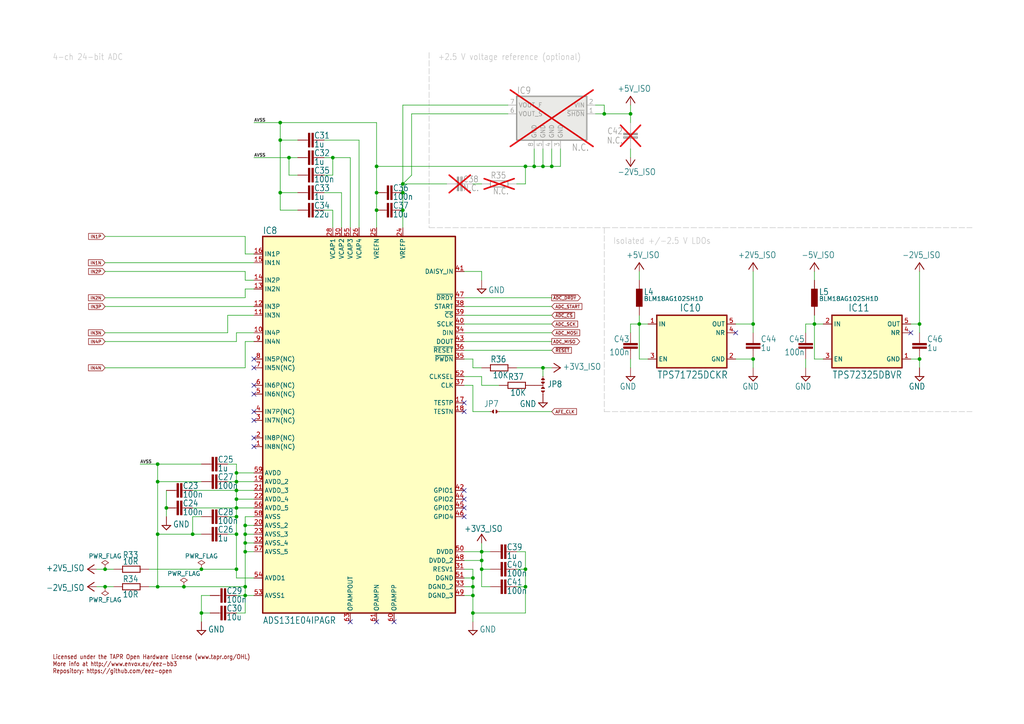
<source format=kicad_sch>
(kicad_sch (version 20230121) (generator eeschema)
  (paper "A4")
  (title_block (title "EEZ DIB AFE3") (date "2024-01-04") (rev "r1B4") (company "Envox d.o.o.") (comment 1 "https://www.envox.eu"))
  (lib_symbols
    (symbol "PCM_EEZ_ICs:LTC6655BHMS8"
      (property "Reference" "IC" (at -10.16 10.795 0))
      (property "Value" "LTC6655BHMS8" (at -10.16 8.255 0))
      (symbol "LTC6655BHMS8_1_0"
        (pin input line (at -12.7 2.54 0) (length 2.54) (name "~{SHDN}") (number "1"))
        (pin input line (at -12.7 5.08 0) (length 2.54) (name "VIN") (number "2"))
        (pin power_in line (at -2.54 -7.62 90) (length 2.54) (name "GND") (number "3"))
        (pin power_in line (at 0 -7.62 90) (length 2.54) (name "GND") (number "4"))
        (pin power_in line (at 2.54 -7.62 90) (length 2.54) (name "GND") (number "5"))
        (pin output line (at 12.7 2.54 180) (length 2.54) (name "VOUT_S") (number "6"))
        (pin output line (at 12.7 5.08 180) (length 2.54) (name "VOUT_F") (number "7"))
        (pin power_in line (at 5.08 -7.62 90) (length 2.54) (name "GND") (number "8"))
      )
    )
    (symbol "PCM_EEZ_TI:ADS131E0XIPAG"
      (property "Reference" "IC" (at 0 0.635 0))
      (property "Value" "ADS131E04IPAGR" (at 0 -112.395 0))
      (symbol "ADS131E0XIPAG_1_0"
        (pin input line (at -2.54 -60.96 0) (length 2.54) (name "IN8N(NC)") (number "1"))
        (pin input line (at -2.54 -27.94 0) (length 2.54) (name "IN4P") (number "10"))
        (pin input line (at -2.54 -22.86 0) (length 2.54) (name "IN3N") (number "11"))
        (pin input line (at -2.54 -20.32 0) (length 2.54) (name "IN3P") (number "12"))
        (pin input line (at -2.54 -15.24 0) (length 2.54) (name "IN2N") (number "13"))
        (pin input line (at -2.54 -12.7 0) (length 2.54) (name "IN2P") (number "14"))
        (pin input line (at -2.54 -7.62 0) (length 2.54) (name "IN1N") (number "15"))
        (pin input line (at -2.54 -5.08 0) (length 2.54) (name "IN1P") (number "16"))
        (pin bidirectional line (at 58.42 -48.26 180) (length 2.54) (name "TESTP") (number "17"))
        (pin bidirectional line (at 58.42 -50.8 180) (length 2.54) (name "TESTN") (number "18"))
        (pin power_in line (at -2.54 -71.12 0) (length 2.54) (name "AVDD_2") (number "19"))
        (pin input line (at -2.54 -58.42 0) (length 2.54) (name "IN8P(NC)") (number "2"))
        (pin power_in line (at -2.54 -83.82 0) (length 2.54) (name "AVSS_2") (number "20"))
        (pin power_in line (at -2.54 -73.66 0) (length 2.54) (name "AVDD_3") (number "21"))
        (pin power_in line (at -2.54 -76.2 0) (length 2.54) (name "AVDD_4") (number "22"))
        (pin power_in line (at -2.54 -86.36 0) (length 2.54) (name "AVSS_3") (number "23"))
        (pin bidirectional line (at 40.64 2.54 270) (length 2.54) (name "VREFP") (number "24"))
        (pin input line (at 33.02 2.54 270) (length 2.54) (name "VREFN") (number "25"))
        (pin output line (at 27.94 2.54 270) (length 2.54) (name "VCAP4") (number "26"))
        (pin no_connect line (at 58.42 -55.88 180) (length 2.54) hide (name "NC") (number "27"))
        (pin passive line (at 20.32 2.54 270) (length 2.54) (name "VCAP1") (number "28"))
        (pin no_connect line (at 58.42 -58.42 180) (length 2.54) hide (name "NC") (number "29"))
        (pin input line (at -2.54 -53.34 0) (length 2.54) (name "IN7N(NC)") (number "3"))
        (pin passive line (at 22.86 2.54 270) (length 2.54) (name "VCAP2") (number "30"))
        (pin input line (at 58.42 -96.52 180) (length 2.54) (name "RESV1") (number "31"))
        (pin power_in line (at -2.54 -88.9 0) (length 2.54) (name "AVSS_4") (number "32"))
        (pin power_in line (at 58.42 -101.6 180) (length 2.54) (name "DGND_2") (number "33"))
        (pin input line (at 58.42 -27.94 180) (length 2.54) (name "DIN") (number "34"))
        (pin input line (at 58.42 -35.56 180) (length 2.54) (name "~{PWDN}") (number "35"))
        (pin input line (at 58.42 -33.02 180) (length 2.54) (name "~{RESET}") (number "36"))
        (pin input line (at 58.42 -43.18 180) (length 2.54) (name "CLK") (number "37"))
        (pin input line (at 58.42 -20.32 180) (length 2.54) (name "START") (number "38"))
        (pin input line (at 58.42 -22.86 180) (length 2.54) (name "~{CS}") (number "39"))
        (pin input line (at -2.54 -50.8 0) (length 2.54) (name "IN7P(NC)") (number "4"))
        (pin input line (at 58.42 -25.4 180) (length 2.54) (name "SCLK") (number "40"))
        (pin input line (at 58.42 -10.16 180) (length 2.54) (name "DAISY_IN") (number "41"))
        (pin bidirectional line (at 58.42 -73.66 180) (length 2.54) (name "GPIO1") (number "42"))
        (pin output line (at 58.42 -30.48 180) (length 2.54) (name "DOUT") (number "43"))
        (pin bidirectional line (at 58.42 -76.2 180) (length 2.54) (name "GPIO2") (number "44"))
        (pin bidirectional line (at 58.42 -78.74 180) (length 2.54) (name "GPIO3") (number "45"))
        (pin bidirectional line (at 58.42 -81.28 180) (length 2.54) (name "GPIO4") (number "46"))
        (pin output line (at 58.42 -17.78 180) (length 2.54) (name "~{DRDY}") (number "47"))
        (pin power_in line (at 58.42 -93.98 180) (length 2.54) (name "DVDD_2") (number "48"))
        (pin power_in line (at 58.42 -104.14 180) (length 2.54) (name "DGND_3") (number "49"))
        (pin input line (at -2.54 -45.72 0) (length 2.54) (name "IN6N(NC)") (number "5"))
        (pin power_in line (at 58.42 -91.44 180) (length 2.54) (name "DVDD") (number "50"))
        (pin power_in line (at 58.42 -99.06 180) (length 2.54) (name "DGND") (number "51"))
        (pin input line (at 58.42 -40.64 180) (length 2.54) (name "CLKSEL") (number "52"))
        (pin power_in line (at -2.54 -104.14 0) (length 2.54) (name "AVSS1") (number "53"))
        (pin power_in line (at -2.54 -99.06 0) (length 2.54) (name "AVDD1") (number "54"))
        (pin passive line (at 25.4 2.54 270) (length 2.54) (name "VCAP3") (number "55"))
        (pin power_in line (at -2.54 -78.74 0) (length 2.54) (name "AVDD_5") (number "56"))
        (pin power_in line (at -2.54 -91.44 0) (length 2.54) (name "AVSS_5") (number "57"))
        (pin power_in line (at -2.54 -81.28 0) (length 2.54) (name "AVSS") (number "58"))
        (pin power_in line (at -2.54 -68.58 0) (length 2.54) (name "AVDD") (number "59"))
        (pin input line (at -2.54 -43.18 0) (length 2.54) (name "IN6P(NC)") (number "6"))
        (pin input line (at 38.1 -111.76 90) (length 2.54) (name "OPAMPP") (number "60"))
        (pin input line (at 33.02 -111.76 90) (length 2.54) (name "OPAMPN") (number "61"))
        (pin no_connect line (at 58.42 -60.96 180) (length 2.54) hide (name "NC") (number "62"))
        (pin output line (at 25.4 -111.76 90) (length 2.54) (name "OPAMPOUT") (number "63"))
        (pin no_connect line (at 58.42 -63.5 180) (length 2.54) hide (name "NC") (number "64"))
        (pin input line (at -2.54 -38.1 0) (length 2.54) (name "IN5N(NC)") (number "7"))
        (pin input line (at -2.54 -35.56 0) (length 2.54) (name "IN5P(NC)") (number "8"))
        (pin input line (at -2.54 -30.48 0) (length 2.54) (name "IN4N") (number "9"))
      )
    )
    (symbol "PCM_EEZ_TI:TPS71725DCKR"
      (property "Reference" "IC" (at -5.461 8.636 0))
      (property "Value" "TPS71725DCKR" (at -7.5438 -10.8204 0))
      (symbol "TPS71725DCKR_1_0"
        (pin input line (at -12.7 5.08 0) (length 2.54) (name "IN") (number "1"))
        (pin passive line (at 12.7 -5.08 180) (length 2.54) (name "GND") (number "2"))
        (pin input line (at -12.7 -5.08 0) (length 2.54) (name "EN") (number "3"))
        (pin passive line (at 12.7 2.54 180) (length 2.54) (name "NR") (number "4"))
        (pin passive line (at 12.7 5.08 180) (length 2.54) (name "OUT") (number "5"))
      )
    )
    (symbol "PCM_EEZ_TI:TPS72325DBVR"
      (property "Reference" "IC" (at -5.461 8.636 0))
      (property "Value" "TPS72325DBVR" (at -7.5438 -10.8204 0))
      (symbol "TPS72325DBVR_1_0"
        (pin passive line (at 12.7 -5.08 180) (length 2.54) (name "GND") (number "1"))
        (pin input line (at -12.7 5.08 0) (length 2.54) (name "IN") (number "2"))
        (pin input line (at -12.7 -5.08 0) (length 2.54) (name "EN") (number "3"))
        (pin passive line (at 12.7 2.54 180) (length 2.54) (name "NR") (number "4"))
        (pin passive line (at 12.7 5.08 180) (length 2.54) (name "OUT") (number "5"))
      )
    )
    (symbol "PCM_EEZ_passives:C-EU"
      (property "Reference" "C" (at 1.27 0.635 0))
      (symbol "C-EU_1_0"
        (pin passive line (at 0 2.54 270) (length 2.54) (name "1") (number "1"))
        (pin passive line (at 0 -5.08 90) (length 2.54) (name "2") (number "2"))
      )
    )
    (symbol "PCM_EEZ_passives:L_EU"
      (property "Reference" "L" (at -3.175 1.27 0))
      (symbol "L_EU_1_0"
        (pin passive line (at -5.08 0 0) (length 2.54) (name "1") (number "1"))
        (pin passive line (at 5.08 0 180) (length 2.54) (name "2") (number "2"))
      )
    )
    (symbol "PCM_EEZ_passives:R-EU"
      (property "Reference" "R" (at -1.905 1.905 0))
      (symbol "R-EU_1_0"
        (pin passive line (at -5.08 0 0) (length 2.54) (name "1") (number "1"))
        (pin passive line (at 5.08 0 180) (length 2.54) (name "2") (number "2"))
      )
    )
    (symbol "PCM_EEZ_symbols:+2V5_ISO" (power)
      (property "Value" "+2V5_ISO" (at -2.54 0 90))
      (symbol "+2V5_ISO_1_0"
        (pin power_in line (at 0 0 90) (length 2.54) (name "+2V5_ISO") (number "1"))
      )
    )
    (symbol "PCM_EEZ_symbols:+3V3_ISO" (power)
      (property "Value" "+3V3_ISO" (at -2.54 0 90))
      (symbol "+3V3_ISO_1_0"
        (pin power_in line (at 0 0 90) (length 2.54) (name "+3V3_ISO") (number "1"))
      )
    )
    (symbol "PCM_EEZ_symbols:+5V_ISO" (power)
      (property "Value" "+5V_ISO" (at -2.54 0 90))
      (symbol "+5V_ISO_1_0"
        (pin power_in line (at 0 0 90) (length 2.54) (name "+5V_ISO") (number "1"))
      )
    )
    (symbol "PCM_EEZ_symbols:-2V5_ISO" (power)
      (property "Value" "-2V5_ISO" (at -2.54 0 90))
      (symbol "-2V5_ISO_1_0"
        (pin power_in line (at 0 0 90) (length 2.54) (name "-2V5_ISO") (number "1"))
      )
    )
    (symbol "PCM_EEZ_symbols:-5V_ISO" (power)
      (property "Value" "-5V_ISO" (at -2.54 0 90))
      (symbol "-5V_ISO_1_0"
        (pin power_in line (at 0 0 90) (length 2.54) (name "-5V_ISO") (number "1"))
      )
    )
    (symbol "PCM_EEZ_symbols:GND" (power)
      (property "Value" "GND" (at -1.905 -3.175 0))
      (symbol "GND_1_0"
        (pin power_in line (at 0 2.54 270) (length 2.54) (name "GND") (number "1"))
      )
    )
    (symbol "PCM_EEZ_unsorted:JP2 open" (in_bom no)
      (property "Reference" "JP" (at -3.175 1.27 0))
      (symbol "JP2 open_1_0"
        (pin passive line (at 0 0 270) (length 0) (name "1") (number "1"))
        (pin passive line (at 2.54 0 270) (length 0) (name "2") (number "2"))
      )
    )
    (symbol "PCM_EEZ_unsorted:JP3 shorted" (in_bom no)
      (property "Reference" "JP" (at -3.81 3.175 0))
      (symbol "JP3 shorted_1_0"
        (pin passive line (at 2.54 0 180) (length 2.54) (name "COM") (number "COM"))
        (pin passive line (at 0 -2.54 180) (length 0) (name "NC") (number "NC"))
        (pin passive line (at 0 2.54 180) (length 0) (name "NO") (number "NO"))
      )
    )
    (symbol "power:PWR_FLAG" (power) (pin_numbers hide) (pin_names (offset 0) hide)
      (property "Value" "PWR_FLAG" (at 0 3.81 0))
      (symbol "PWR_FLAG_0_0"
        (pin power_out line (at 0 0 90) (length 0) (name "pwr") (number "1"))
      )
    )
  )
  (junction (at 68.58 154.94))
  (junction (at 68.58 149.86))
  (junction (at 116.84 60.96))
  (junction (at 53.34 170.18))
  (junction (at 45.72 134.62))
  (junction (at 137.16 177.8))
  (junction (at 68.58 147.32))
  (junction (at 109.22 48.26))
  (junction (at 71.12 160.02))
  (junction (at 83.82 45.72))
  (junction (at 139.7 162.56))
  (junction (at 30.48 170.18))
  (junction (at 137.16 167.64))
  (junction (at 152.4 165.1))
  (junction (at 154.94 48.26))
  (junction (at 139.7 165.1))
  (junction (at 266.7 104.14))
  (junction (at 157.48 106.68))
  (junction (at 71.12 157.48))
  (junction (at 68.58 165.1))
  (junction (at 218.44 104.14))
  (junction (at 109.22 55.88))
  (junction (at 185.42 93.98))
  (junction (at 45.72 154.94))
  (junction (at 58.42 165.1))
  (junction (at 116.84 55.88))
  (junction (at 116.84 53.34))
  (junction (at 71.12 152.4))
  (junction (at 45.72 170.18))
  (junction (at 139.7 160.02))
  (junction (at 236.22 93.98))
  (junction (at 68.58 144.78))
  (junction (at 137.16 170.18))
  (junction (at 68.58 142.24))
  (junction (at 175.26 33.02))
  (junction (at 81.28 40.64))
  (junction (at 137.16 172.72))
  (junction (at 109.22 60.96))
  (junction (at 71.12 154.94))
  (junction (at 157.48 48.26))
  (junction (at 152.4 170.18))
  (junction (at 48.26 147.32))
  (junction (at 160.02 48.26))
  (junction (at 266.7 93.98))
  (junction (at 45.72 139.7))
  (junction (at 81.28 55.88))
  (junction (at 68.58 137.16))
  (junction (at 81.28 35.56))
  (junction (at 96.52 45.72))
  (junction (at 182.88 33.02))
  (junction (at 218.44 93.98))
  (junction (at 152.4 48.26))
  (junction (at 71.12 170.18))
  (junction (at 55.88 154.94))
  (junction (at 30.48 165.1))
  (junction (at 71.12 172.72))
  (junction (at 68.58 139.7))
  (junction (at 58.42 177.8))
  (no_connect (at 73.66 129.54))
  (no_connect (at 73.66 119.38))
  (no_connect (at 73.66 106.68))
  (no_connect (at 213.36 96.52))
  (no_connect (at 73.66 114.3))
  (no_connect (at 134.62 144.78))
  (no_connect (at 73.66 127))
  (no_connect (at 264.16 96.52))
  (no_connect (at 109.22 180.34))
  (no_connect (at 134.62 147.32))
  (no_connect (at 73.66 121.92))
  (no_connect (at 101.6 180.34))
  (no_connect (at 134.62 116.84))
  (no_connect (at 134.62 119.38))
  (no_connect (at 73.66 104.14))
  (no_connect (at 114.3 180.34))
  (no_connect (at 134.62 142.24))
  (no_connect (at 73.66 111.76))
  (no_connect (at 134.62 149.86))
  (wire (pts (xy 116.84 30.48) (xy 116.84 53.34)) (stroke (width 0.1524)))
  (wire (pts (xy 266.7 93.98) (xy 266.7 78.74)) (stroke (width 0.1524)))
  (polyline (pts (xy 175.26 66.04) (xy 281.94 66.04)) (stroke (width 0.1524) (type dash) (color 194 194 194 1)))
  (wire (pts (xy 264.16 93.98) (xy 266.7 93.98)) (stroke (width 0.1524)))
  (wire (pts (xy 139.7 109.22) (xy 139.7 111.76)) (stroke (width 0.1524)))
  (wire (pts (xy 73.66 88.9) (xy 30.48 88.9)) (stroke (width 0.1524)))
  (wire (pts (xy 185.42 93.98) (xy 182.88 93.98)) (stroke (width 0.1524)))
  (wire (pts (xy 45.72 154.94) (xy 45.72 170.18)) (stroke (width 0.1524)))
  (wire (pts (xy 139.7 111.76) (xy 144.78 111.76)) (stroke (width 0.1524)))
  (wire (pts (xy 73.66 137.16) (xy 68.58 137.16)) (stroke (width 0.1524)))
  (wire (pts (xy 134.62 101.6) (xy 160.02 101.6)) (stroke (width 0.1524)))
  (wire (pts (xy 73.66 76.2) (xy 30.48 76.2)) (stroke (width 0.1524)))
  (wire (pts (xy 182.88 106.68) (xy 182.88 104.14)) (stroke (width 0.1524)))
  (wire (pts (xy 175.26 33.02) (xy 175.26 30.48)) (stroke (width 0.1524)))
  (wire (pts (xy 139.7 160.02) (xy 139.7 157.48)) (stroke (width 0.1524)))
  (wire (pts (xy 73.66 96.52) (xy 68.58 96.52)) (stroke (width 0.1524)))
  (wire (pts (xy 149.86 165.1) (xy 152.4 165.1)) (stroke (width 0.1524)))
  (wire (pts (xy 139.7 165.1) (xy 139.7 162.56)) (stroke (width 0.1524)))
  (wire (pts (xy 68.58 154.94) (xy 68.58 165.1)) (stroke (width 0.1524)))
  (wire (pts (xy 73.66 167.64) (xy 68.58 167.64)) (stroke (width 0.1524)))
  (wire (pts (xy 147.32 30.48) (xy 116.84 30.48)) (stroke (width 0.1524)))
  (wire (pts (xy 68.58 147.32) (xy 55.88 147.32)) (stroke (width 0.1524)))
  (wire (pts (xy 68.58 142.24) (xy 55.88 142.24)) (stroke (width 0.1524)))
  (wire (pts (xy 68.58 99.06) (xy 30.48 99.06)) (stroke (width 0.1524)))
  (wire (pts (xy 116.84 53.34) (xy 116.84 55.88)) (stroke (width 0.1524)))
  (wire (pts (xy 73.66 157.48) (xy 71.12 157.48)) (stroke (width 0.1524)))
  (wire (pts (xy 71.12 172.72) (xy 68.58 172.72)) (stroke (width 0.1524)))
  (wire (pts (xy 182.88 45.72) (xy 182.88 43.18)) (stroke (width 0.1524)))
  (wire (pts (xy 236.22 81.28) (xy 236.22 78.74)) (stroke (width 0.1524)))
  (wire (pts (xy 134.62 165.1) (xy 137.16 165.1)) (stroke (width 0.1524)))
  (wire (pts (xy 71.12 68.58) (xy 30.48 68.58)) (stroke (width 0.1524)))
  (wire (pts (xy 134.62 91.44) (xy 160.02 91.44)) (stroke (width 0.1524)))
  (wire (pts (xy 238.76 93.98) (xy 236.22 93.98)) (stroke (width 0.1524)))
  (wire (pts (xy 73.66 154.94) (xy 71.12 154.94)) (stroke (width 0.1524)))
  (wire (pts (xy 137.16 177.8) (xy 137.16 172.72)) (stroke (width 0.1524)))
  (wire (pts (xy 71.12 172.72) (xy 71.12 170.18)) (stroke (width 0.1524)))
  (wire (pts (xy 83.82 45.72) (xy 73.66 45.72)) (stroke (width 0.1524)))
  (wire (pts (xy 86.36 60.96) (xy 81.28 60.96)) (stroke (width 0.1524)))
  (wire (pts (xy 58.42 134.62) (xy 45.72 134.62)) (stroke (width 0.1524)))
  (wire (pts (xy 134.62 172.72) (xy 137.16 172.72)) (stroke (width 0.1524)))
  (wire (pts (xy 60.96 177.8) (xy 58.42 177.8)) (stroke (width 0.1524)))
  (wire (pts (xy 134.62 96.52) (xy 160.02 96.52)) (stroke (width 0.1524)))
  (wire (pts (xy 116.84 53.34) (xy 119.38 50.8)) (stroke (width 0.1524)))
  (wire (pts (xy 73.66 83.82) (xy 71.12 83.82)) (stroke (width 0.1524)))
  (wire (pts (xy 134.62 111.76) (xy 137.16 111.76)) (stroke (width 0.1524)))
  (wire (pts (xy 149.86 106.68) (xy 157.48 106.68)) (stroke (width 0.1524)))
  (wire (pts (xy 218.44 93.98) (xy 218.44 78.74)) (stroke (width 0.1524)))
  (wire (pts (xy 68.58 165.1) (xy 68.58 167.64)) (stroke (width 0.1524)))
  (wire (pts (xy 109.22 35.56) (xy 81.28 35.56)) (stroke (width 0.1524)))
  (wire (pts (xy 238.76 104.14) (xy 236.22 104.14)) (stroke (width 0.1524)))
  (wire (pts (xy 160.02 48.26) (xy 162.56 48.26)) (stroke (width 0.1524)))
  (wire (pts (xy 152.4 160.02) (xy 152.4 165.1)) (stroke (width 0.1524)))
  (wire (pts (xy 58.42 154.94) (xy 55.88 154.94)) (stroke (width 0.1524)))
  (wire (pts (xy 266.7 104.14) (xy 266.7 106.68)) (stroke (width 0.1524)))
  (wire (pts (xy 109.22 48.26) (xy 109.22 35.56)) (stroke (width 0.1524)))
  (wire (pts (xy 149.86 160.02) (xy 152.4 160.02)) (stroke (width 0.1524)))
  (wire (pts (xy 134.62 99.06) (xy 160.02 99.06)) (stroke (width 0.1524)))
  (wire (pts (xy 134.62 86.36) (xy 160.02 86.36)) (stroke (width 0.1524)))
  (wire (pts (xy 73.66 147.32) (xy 68.58 147.32)) (stroke (width 0.1524)))
  (wire (pts (xy 109.22 60.96) (xy 109.22 55.88)) (stroke (width 0.1524)))
  (wire (pts (xy 66.04 96.52) (xy 30.48 96.52)) (stroke (width 0.1524)))
  (wire (pts (xy 134.62 78.74) (xy 139.7 78.74)) (stroke (width 0.1524)))
  (wire (pts (xy 81.28 35.56) (xy 73.66 35.56)) (stroke (width 0.1524)))
  (wire (pts (xy 152.4 53.34) (xy 152.4 48.26)) (stroke (width 0.1524)))
  (wire (pts (xy 30.48 78.74) (xy 71.12 78.74)) (stroke (width 0.1524)))
  (wire (pts (xy 218.44 96.52) (xy 218.44 93.98)) (stroke (width 0.1524)))
  (wire (pts (xy 73.66 152.4) (xy 71.12 152.4)) (stroke (width 0.1524)))
  (wire (pts (xy 68.58 147.32) (xy 68.58 149.86)) (stroke (width 0.1524)))
  (wire (pts (xy 213.36 93.98) (xy 218.44 93.98)) (stroke (width 0.1524)))
  (wire (pts (xy 160.02 43.18) (xy 160.02 48.26)))
  (wire (pts (xy 71.12 154.94) (xy 71.12 157.48)) (stroke (width 0.1524)))
  (wire (pts (xy 137.16 180.34) (xy 137.16 177.8)) (stroke (width 0.1524)))
  (wire (pts (xy 137.16 167.64) (xy 137.16 170.18)) (stroke (width 0.1524)))
  (wire (pts (xy 48.26 142.24) (xy 48.26 147.32)) (stroke (width 0.1524)))
  (wire (pts (xy 157.48 48.26) (xy 160.02 48.26)) (stroke (width 0.1524)))
  (wire (pts (xy 134.62 162.56) (xy 139.7 162.56)) (stroke (width 0.1524)))
  (wire (pts (xy 187.96 104.14) (xy 185.42 104.14)) (stroke (width 0.1524)))
  (polyline (pts (xy 175.26 119.38) (xy 281.94 119.38)) (stroke (width 0.1524) (type dash) (color 194 194 194 1)))
  (wire (pts (xy 66.04 149.86) (xy 68.58 149.86)) (stroke (width 0.1524)))
  (wire (pts (xy 236.22 93.98) (xy 236.22 91.44)) (stroke (width 0.1524)))
  (wire (pts (xy 236.22 104.14) (xy 236.22 93.98)) (stroke (width 0.1524)))
  (wire (pts (xy 30.48 170.18) (xy 27.94 170.18)) (stroke (width 0.1524)))
  (wire (pts (xy 187.96 93.98) (xy 185.42 93.98)) (stroke (width 0.1524)))
  (wire (pts (xy 71.12 78.74) (xy 71.12 81.28)) (stroke (width 0.1524)))
  (wire (pts (xy 73.66 172.72) (xy 71.12 172.72)) (stroke (width 0.1524)))
  (wire (pts (xy 86.36 55.88) (xy 81.28 55.88)) (stroke (width 0.1524)))
  (wire (pts (xy 68.58 177.8) (xy 71.12 177.8)) (stroke (width 0.1524)))
  (wire (pts (xy 48.26 147.32) (xy 48.26 149.86)) (stroke (width 0.1524)))
  (wire (pts (xy 58.42 165.1) (xy 68.58 165.1)) (stroke (width 0.1524)))
  (wire (pts (xy 139.7 165.1) (xy 142.24 165.1)) (stroke (width 0.1524)))
  (wire (pts (xy 116.84 60.96) (xy 116.84 55.88)) (stroke (width 0.1524)))
  (wire (pts (xy 81.28 40.64) (xy 86.36 40.64)) (stroke (width 0.1524)))
  (wire (pts (xy 139.7 170.18) (xy 139.7 165.1)) (stroke (width 0.1524)))
  (wire (pts (xy 45.72 134.62) (xy 40.64 134.62)) (stroke (width 0.1524)))
  (wire (pts (xy 157.48 106.68) (xy 160.02 106.68)) (stroke (width 0.1524)))
  (wire (pts (xy 142.24 119.38) (xy 137.16 119.38)) (stroke (width 0.1524)))
  (wire (pts (xy 43.18 165.1) (xy 58.42 165.1)) (stroke (width 0.1524)))
  (wire (pts (xy 68.58 96.52) (xy 68.58 99.06)) (stroke (width 0.1524)))
  (wire (pts (xy 83.82 50.8) (xy 83.82 45.72)) (stroke (width 0.1524)))
  (wire (pts (xy 71.12 73.66) (xy 71.12 68.58)) (stroke (width 0.1524)))
  (wire (pts (xy 93.98 50.8) (xy 96.52 50.8)) (stroke (width 0.1524)))
  (wire (pts (xy 233.68 93.98) (xy 233.68 96.52)) (stroke (width 0.1524)))
  (wire (pts (xy 30.48 165.1) (xy 27.94 165.1)) (stroke (width 0.1524)))
  (wire (pts (xy 185.42 81.28) (xy 185.42 78.74)) (stroke (width 0.1524)))
  (wire (pts (xy 66.04 91.44) (xy 66.04 96.52)) (stroke (width 0.1524)))
  (wire (pts (xy 45.72 170.18) (xy 53.34 170.18)) (stroke (width 0.1524)))
  (wire (pts (xy 264.16 104.14) (xy 266.7 104.14)) (stroke (width 0.1524)))
  (wire (pts (xy 68.58 139.7) (xy 68.58 142.24)) (stroke (width 0.1524)))
  (wire (pts (xy 236.22 93.98) (xy 233.68 93.98)) (stroke (width 0.1524)))
  (wire (pts (xy 68.58 142.24) (xy 68.58 144.78)) (stroke (width 0.1524)))
  (wire (pts (xy 172.72 30.48) (xy 175.26 30.48)) (stroke (width 0.1524)))
  (wire (pts (xy 129.54 53.34) (xy 116.84 53.34)) (stroke (width 0.1524)))
  (wire (pts (xy 152.4 177.8) (xy 152.4 170.18)) (stroke (width 0.1524)))
  (wire (pts (xy 58.42 139.7) (xy 45.72 139.7)) (stroke (width 0.1524)))
  (wire (pts (xy 71.12 152.4) (xy 71.12 154.94)) (stroke (width 0.1524)))
  (wire (pts (xy 149.86 170.18) (xy 152.4 170.18)) (stroke (width 0.1524)))
  (wire (pts (xy 134.62 104.14) (xy 137.16 104.14)) (stroke (width 0.1524)))
  (wire (pts (xy 68.58 137.16) (xy 68.58 139.7)) (stroke (width 0.1524)))
  (wire (pts (xy 71.12 106.68) (xy 30.48 106.68)) (stroke (width 0.1524)))
  (wire (pts (xy 71.12 170.18) (xy 71.12 160.02)) (stroke (width 0.1524)))
  (wire (pts (xy 139.7 53.34) (xy 137.16 53.34)) (stroke (width 0.1524)))
  (wire (pts (xy 60.96 172.72) (xy 58.42 172.72)) (stroke (width 0.1524)))
  (wire (pts (xy 73.66 139.7) (xy 68.58 139.7)) (stroke (width 0.1524)))
  (wire (pts (xy 147.32 33.02) (xy 119.38 33.02)) (stroke (width 0.1524)))
  (wire (pts (xy 137.16 170.18) (xy 137.16 172.72)) (stroke (width 0.1524)))
  (wire (pts (xy 71.12 149.86) (xy 71.12 152.4)) (stroke (width 0.1524)))
  (wire (pts (xy 137.16 119.38) (xy 137.16 111.76)) (stroke (width 0.1524)))
  (wire (pts (xy 175.26 33.02) (xy 172.72 33.02)) (stroke (width 0.1524)))
  (polyline (pts (xy 124.46 15.24) (xy 124.46 66.04)) (stroke (width 0.1524) (type dash) (color 194 194 194 1)))
  (wire (pts (xy 66.04 139.7) (xy 68.58 139.7)) (stroke (width 0.1524)))
  (wire (pts (xy 93.98 55.88) (xy 99.06 55.88)) (stroke (width 0.1524)))
  (wire (pts (xy 157.48 43.18) (xy 157.48 48.26)))
  (wire (pts (xy 233.68 106.68) (xy 233.68 104.14)) (stroke (width 0.1524)))
  (wire (pts (xy 33.02 165.1) (xy 30.48 165.1)) (stroke (width 0.1524)))
  (wire (pts (xy 81.28 55.88) (xy 81.28 40.64)) (stroke (width 0.1524)))
  (wire (pts (xy 45.72 134.62) (xy 45.72 139.7)) (stroke (width 0.1524)))
  (wire (pts (xy 182.88 33.02) (xy 175.26 33.02)) (stroke (width 0.1524)))
  (wire (pts (xy 93.98 40.64) (xy 104.14 40.64)) (stroke (width 0.1524)))
  (wire (pts (xy 266.7 96.52) (xy 266.7 93.98)) (stroke (width 0.1524)))
  (wire (pts (xy 73.66 149.86) (xy 71.12 149.86)) (stroke (width 0.1524)))
  (wire (pts (xy 58.42 149.86) (xy 55.88 149.86)) (stroke (width 0.1524)))
  (wire (pts (xy 58.42 177.8) (xy 58.42 180.34)) (stroke (width 0.1524)))
  (wire (pts (xy 96.52 45.72) (xy 101.6 45.72)) (stroke (width 0.1524)))
  (wire (pts (xy 45.72 139.7) (xy 45.72 154.94)) (stroke (width 0.1524)))
  (wire (pts (xy 53.34 170.18) (xy 71.12 170.18)) (stroke (width 0.1524)))
  (wire (pts (xy 139.7 78.74) (xy 139.7 81.28)) (stroke (width 0.1524)))
  (wire (pts (xy 104.14 40.64) (xy 104.14 66.04)) (stroke (width 0.1524)))
  (wire (pts (xy 71.12 157.48) (xy 71.12 160.02)) (stroke (width 0.1524)))
  (wire (pts (xy 185.42 93.98) (xy 185.42 91.44)) (stroke (width 0.1524)))
  (wire (pts (xy 45.72 170.18) (xy 43.18 170.18)) (stroke (width 0.1524)))
  (wire (pts (xy 134.62 160.02) (xy 139.7 160.02)) (stroke (width 0.1524)))
  (wire (pts (xy 71.12 99.06) (xy 71.12 106.68)) (stroke (width 0.1524)))
  (wire (pts (xy 68.58 144.78) (xy 68.58 147.32)) (stroke (width 0.1524)))
  (wire (pts (xy 68.58 154.94) (xy 68.58 149.86)) (stroke (width 0.1524)))
  (wire (pts (xy 162.56 43.18) (xy 162.56 48.26)))
  (wire (pts (xy 101.6 45.72) (xy 101.6 66.04)) (stroke (width 0.1524)))
  (wire (pts (xy 66.04 154.94) (xy 68.58 154.94)) (stroke (width 0.1524)))
  (wire (pts (xy 182.88 30.48) (xy 182.88 33.02)) (stroke (width 0.1524)))
  (wire (pts (xy 137.16 106.68) (xy 139.7 106.68)) (stroke (width 0.1524)))
  (wire (pts (xy 73.66 73.66) (xy 71.12 73.66)) (stroke (width 0.1524)))
  (wire (pts (xy 137.16 104.14) (xy 137.16 106.68)) (stroke (width 0.1524)))
  (wire (pts (xy 142.24 170.18) (xy 139.7 170.18)) (stroke (width 0.1524)))
  (wire (pts (xy 182.88 93.98) (xy 182.88 96.52)) (stroke (width 0.1524)))
  (wire (pts (xy 73.66 142.24) (xy 68.58 142.24)) (stroke (width 0.1524)))
  (wire (pts (xy 157.48 109.22) (xy 157.48 106.68)) (stroke (width 0.1524)))
  (wire (pts (xy 81.28 35.56) (xy 81.28 40.64)) (stroke (width 0.1524)))
  (wire (pts (xy 144.78 119.38) (xy 160.02 119.38)) (stroke (width 0.1524)))
  (wire (pts (xy 71.12 160.02) (xy 73.66 160.02)) (stroke (width 0.1524)))
  (wire (pts (xy 73.66 81.28) (xy 71.12 81.28)) (stroke (width 0.1524)))
  (wire (pts (xy 99.06 55.88) (xy 99.06 66.04)) (stroke (width 0.1524)))
  (wire (pts (xy 119.38 50.8) (xy 119.38 33.02)) (stroke (width 0.1524)))
  (wire (pts (xy 71.12 177.8) (xy 71.12 172.72)) (stroke (width 0.1524)))
  (wire (pts (xy 73.66 99.06) (xy 71.12 99.06)) (stroke (width 0.1524)))
  (wire (pts (xy 71.12 86.36) (xy 71.12 83.82)) (stroke (width 0.1524)))
  (wire (pts (xy 154.94 43.18) (xy 154.94 48.26)))
  (wire (pts (xy 134.62 109.22) (xy 139.7 109.22)) (stroke (width 0.1524)))
  (wire (pts (xy 81.28 60.96) (xy 81.28 55.88)) (stroke (width 0.1524)))
  (wire (pts (xy 213.36 104.14) (xy 218.44 104.14)) (stroke (width 0.1524)))
  (wire (pts (xy 134.62 170.18) (xy 137.16 170.18)) (stroke (width 0.1524)))
  (wire (pts (xy 134.62 93.98) (xy 160.02 93.98)) (stroke (width 0.1524)))
  (wire (pts (xy 134.62 167.64) (xy 137.16 167.64)) (stroke (width 0.1524)))
  (wire (pts (xy 149.86 53.34) (xy 152.4 53.34)) (stroke (width 0.1524)))
  (wire (pts (xy 152.4 48.26) (xy 154.94 48.26)) (stroke (width 0.1524)))
  (wire (pts (xy 139.7 160.02) (xy 142.24 160.02)) (stroke (width 0.1524)))
  (wire (pts (xy 109.22 66.04) (xy 109.22 60.96)) (stroke (width 0.1524)))
  (wire (pts (xy 109.22 55.88) (xy 109.22 48.26)) (stroke (width 0.1524)))
  (wire (pts (xy 55.88 154.94) (xy 45.72 154.94)) (stroke (width 0.1524)))
  (polyline (pts (xy 124.46 66.04) (xy 175.26 66.04)) (stroke (width 0.1524) (type dash) (color 194 194 194 1)))
  (wire (pts (xy 86.36 45.72) (xy 83.82 45.72)) (stroke (width 0.1524)))
  (wire (pts (xy 185.42 104.14) (xy 185.42 93.98)) (stroke (width 0.1524)))
  (wire (pts (xy 152.4 165.1) (xy 152.4 170.18)) (stroke (width 0.1524)))
  (wire (pts (xy 96.52 60.96) (xy 96.52 66.04)) (stroke (width 0.1524)))
  (wire (pts (xy 58.42 172.72) (xy 58.42 177.8)) (stroke (width 0.1524)))
  (wire (pts (xy 182.88 33.02) (xy 182.88 35.56)) (stroke (width 0.1524)))
  (wire (pts (xy 137.16 177.8) (xy 152.4 177.8)) (stroke (width 0.1524)))
  (wire (pts (xy 30.48 86.36) (xy 71.12 86.36)) (stroke (width 0.1524)))
  (wire (pts (xy 73.66 91.44) (xy 66.04 91.44)) (stroke (width 0.1524)))
  (wire (pts (xy 55.88 154.94) (xy 55.88 149.86)) (stroke (width 0.1524)))
  (wire (pts (xy 66.04 134.62) (xy 68.58 134.62)) (stroke (width 0.1524)))
  (polyline (pts (xy 175.26 66.04) (xy 175.26 119.38)) (stroke (width 0.1524) (type dash) (color 194 194 194 1)))
  (wire (pts (xy 33.02 170.18) (xy 30.48 170.18)) (stroke (width 0.1524)))
  (wire (pts (xy 96.52 50.8) (xy 96.52 45.72)) (stroke (width 0.1524)))
  (wire (pts (xy 137.16 165.1) (xy 137.16 167.64)) (stroke (width 0.1524)))
  (wire (pts (xy 134.62 88.9) (xy 160.02 88.9)) (stroke (width 0.1524)))
  (wire (pts (xy 109.22 48.26) (xy 152.4 48.26)) (stroke (width 0.1524)))
  (wire (pts (xy 86.36 50.8) (xy 83.82 50.8)) (stroke (width 0.1524)))
  (wire (pts (xy 116.84 66.04) (xy 116.84 60.96)) (stroke (width 0.1524)))
  (wire (pts (xy 154.94 48.26) (xy 157.48 48.26)) (stroke (width 0.1524)))
  (wire (pts (xy 93.98 60.96) (xy 96.52 60.96)) (stroke (width 0.1524)))
  (wire (pts (xy 68.58 134.62) (xy 68.58 137.16)) (stroke (width 0.1524)))
  (wire (pts (xy 96.52 45.72) (xy 93.98 45.72)) (stroke (width 0.1524)))
  (wire (pts (xy 73.66 144.78) (xy 68.58 144.78)) (stroke (width 0.1524)))
  (wire (pts (xy 218.44 106.68) (xy 218.44 104.14)) (stroke (width 0.1524)))
  (wire (pts (xy 139.7 162.56) (xy 139.7 160.02)) (stroke (width 0.1524)))
  (text "4-ch 24-bit ADC" (at 15.24 17.78 0) (effects (font (size 1.778 1.5113)) (justify left bottom)))
  (text "Isolated +/-2.5 V LDOs" (at 177.8 71.12 0) (effects (font (size 1.778 1.5113)) (justify left bottom)))
  (text "+2.5 V voltage reference (optional)" (at 127 17.78 0) (effects (font (size 1.778 1.5113)) (justify left bottom)))
  (text "Licensed under the TAPR Open Hardware License (www.tapr.org/OHL)\nMore info at http://www.envox.eu/eez-bb3\nRepository: https://github.com/eez-open" (at 15.24 195.58 0) (effects (font (size 1.27 1.0795)) (justify left bottom)))
  (label "AVSS" (at 73.66 45.72 0) (effects (font (size 0.889 0.889))))
  (label "AVSS" (at 40.64 134.62 0) (effects (font (size 0.889 0.889))))
  (label "AVSS" (at 73.66 35.56 0) (effects (font (size 0.889 0.889))))
  (global_label "ADC_SCK" (shape input) (at 160.02 93.98 0) (effects (font (size 0.889 0.889))) (property "Intersheetrefs" "${INTERSHEET_REFS}" (effects hide)))
  (global_label "ADC_MISO" (shape output) (at 160.02 99.06 0) (effects (font (size 0.889 0.889))) (property "Intersheetrefs" "${INTERSHEET_REFS}" (effects hide)))
  (global_label "IN3N" (shape input) (at 30.48 96.52 180) (effects (font (size 0.889 0.889))) (property "Intersheetrefs" "${INTERSHEET_REFS}" (effects hide)))
  (global_label "IN1P" (shape input) (at 30.48 68.58 180) (effects (font (size 0.889 0.889))) (property "Intersheetrefs" "${INTERSHEET_REFS}" (effects hide)))
  (global_label "~{ADC_DRDY}" (shape output) (at 160.02 86.36 0) (effects (font (size 0.889 0.889))) (property "Intersheetrefs" "${INTERSHEET_REFS}" (effects hide)))
  (global_label "IN3P" (shape input) (at 30.48 88.9 180) (effects (font (size 0.889 0.889))) (property "Intersheetrefs" "${INTERSHEET_REFS}" (effects hide)))
  (global_label "~{RESET}" (shape input) (at 160.02 101.6 0) (effects (font (size 0.889 0.889))) (property "Intersheetrefs" "${INTERSHEET_REFS}" (effects hide)))
  (global_label "IN4P" (shape input) (at 30.48 99.06 180) (effects (font (size 0.889 0.889))) (property "Intersheetrefs" "${INTERSHEET_REFS}" (effects hide)))
  (global_label "IN4N" (shape input) (at 30.48 106.68 180) (effects (font (size 0.889 0.889))) (property "Intersheetrefs" "${INTERSHEET_REFS}" (effects hide)))
  (global_label "~{ADC_CS}" (shape input) (at 160.02 91.44 0) (effects (font (size 0.889 0.889))) (property "Intersheetrefs" "${INTERSHEET_REFS}" (effects hide)))
  (global_label "ADC_MOSI" (shape input) (at 160.02 96.52 0) (effects (font (size 0.889 0.889))) (property "Intersheetrefs" "${INTERSHEET_REFS}" (effects hide)))
  (global_label "AFE_CLK" (shape input) (at 160.02 119.38 0) (effects (font (size 0.889 0.889))) (property "Intersheetrefs" "${INTERSHEET_REFS}" (effects hide)))
  (global_label "IN1N" (shape input) (at 30.48 76.2 180) (effects (font (size 0.889 0.889))) (property "Intersheetrefs" "${INTERSHEET_REFS}" (effects hide)))
  (global_label "IN2P" (shape input) (at 30.48 78.74 180) (effects (font (size 0.889 0.889))) (property "Intersheetrefs" "${INTERSHEET_REFS}" (effects hide)))
  (global_label "IN2N" (shape input) (at 30.48 86.36 180) (effects (font (size 0.889 0.889))) (property "Intersheetrefs" "${INTERSHEET_REFS}" (effects hide)))
  (global_label "ADC_START" (shape input) (at 160.02 88.9 0) (effects (font (size 0.889 0.889))) (property "Intersheetrefs" "${INTERSHEET_REFS}" (effects hide)))
  (symbol (lib_id "power:PWR_FLAG") (at 30.48 165.1 0) (unit 1)
    (property "Reference" "#FLG07" (effects hide))
    (property "Value" "PWR_FLAG" (at 30.48 161.29 0))
  )
  (symbol (lib_id "PCM_EEZ_TI:TPS71725DCKR") (at 200.66 99.06 0) (unit 1)
    (property "Reference" "IC10" (at 197.104 90.424 0) (effects (font (size 2.0828 1.7703)) (justify left bottom)))
    (property "Value" "TPS71725DCKR" (at 190.5762 109.8804 0) (effects (font (size 2.0828 1.7703)) (justify left bottom)))
    (property "Footprint" "PCM_EEZ_SMD:DCK5" (effects hide))
    (property "DigiKey" "296-21525-1-ND" (effects hide))
    (property "Mouser" "595-TPS71725DCKR" (effects hide))
    (property "TME" "-" (effects hide))
  )
  (symbol (lib_id "PCM_EEZ_symbols:+2V5_ISO") (at 218.44 78.74 0) (unit 1)
    (property "Reference" "#+2V5_ISO05" (effects hide))
    (property "Value" "+2V5_ISO" (at 213.995 74.93 0) (effects (font (size 1.778 1.5113)) (justify left bottom)))
  )
  (symbol (lib_id "PCM_EEZ_passives:L_EU") (at 236.22 86.36 90) (unit 1)
    (property "Reference" "L5" (at 237.49 85.6234 90) (effects (font (size 1.778 1.5113)) (justify right top)))
    (property "Value" "BLM18AG102SH1D" (at 237.49 87.376 90) (effects (justify right top)))
    (property "Footprint" "PCM_EEZ_passives:BEAD0603" (effects hide))
    (property "DigiKey" "490-7809-1-ND" (effects hide))
    (property "Mouser" "81-BLM18AG102SH1D" (effects hide))
    (property "TME" "BLM18AG102SH1D" (effects hide))
  )
  (symbol (lib_id "PCM_EEZ_symbols:-5V_ISO") (at 236.22 78.74 0) (unit 1)
    (property "Reference" "#-5V_ISO02" (effects hide))
    (property "Value" "-5V_ISO" (at 232.41 74.93 0) (effects (font (size 1.778 1.5113)) (justify left bottom)))
  )
  (symbol (lib_id "PCM_EEZ_TI:TPS72325DBVR") (at 251.46 99.06 0) (unit 1)
    (property "Reference" "IC11" (at 245.999 90.424 0) (effects (font (size 2.0828 1.7703)) (justify left bottom)))
    (property "Value" "TPS72325DBVR" (at 241.3762 109.8804 0) (effects (font (size 2.0828 1.7703)) (justify left bottom)))
    (property "Footprint" "PCM_EEZ_SMD:DBV5" (effects hide))
    (property "DigiKey" "296-39479-1-ND" (effects hide))
    (property "Mouser" "595-TPS72325DBVR" (effects hide))
    (property "TME" "-" (effects hide))
  )
  (symbol (lib_id "PCM_EEZ_passives:R-EU") (at 144.78 106.68 0) (mirror x) (unit 1)
    (property "Reference" "R36" (at 142.24 105.1814 0) (effects (font (size 1.778 1.5113)) (justify left top)))
    (property "Value" "10K" (at 142.875 107.823 0) (effects (font (size 1.778 1.5113)) (justify left bottom)))
    (property "Footprint" "PCM_EEZ_passives:R_0805_2012Metric" (effects hide))
    (property "DigiKey" "311-10.0KCRCT-ND" (effects hide))
    (property "Mouser" "603-RC0805FR-0710KL" (effects hide))
    (property "TME" "RC0805FR-0710K" (effects hide))
  )
  (symbol (lib_id "PCM_EEZ_passives:C-EU") (at 63.5 139.7 270) (unit 1)
    (property "Reference" "C27" (at 63.119 139.319 90) (effects (font (size 1.778 1.5113)) (justify left bottom)))
    (property "Value" "100n" (at 63.119 141.859 90) (effects (font (size 1.778 1.5113)) (justify left bottom)))
    (property "Footprint" "PCM_EEZ_passives:C_0603_1608Metric" (effects hide))
    (property "DigiKey" "490-4774-1-ND" (effects hide))
    (property "Mouser" "80-C0603C104M4R" (effects hide))
    (property "TME" "CL10B104KA8NNNC" (effects hide))
  )
  (symbol (lib_id "PCM_EEZ_symbols:GND") (at 157.48 116.84 0) (unit 1)
    (property "Reference" "#SUPPLY025" (effects hide))
    (property "Value" "GND" (at 155.575 118.11 0) (effects (font (size 1.778 1.5113)) (justify right bottom)))
  )
  (symbol (lib_id "PCM_EEZ_passives:C-EU") (at 114.3 55.88 270) (unit 1)
    (property "Reference" "C36" (at 113.919 55.499 90) (effects (font (size 1.778 1.5113)) (justify left bottom)))
    (property "Value" "100n" (at 113.919 58.039 90) (effects (font (size 1.778 1.5113)) (justify left bottom)))
    (property "Footprint" "PCM_EEZ_passives:C_0603_1608Metric" (effects hide))
    (property "DigiKey" "490-4774-1-ND" (effects hide))
    (property "Mouser" "80-C0603C104M4R" (effects hide))
    (property "TME" "CL10B104KA8NNNC" (effects hide))
  )
  (symbol (lib_id "PCM_EEZ_passives:R-EU") (at 149.86 111.76 0) (mirror x) (unit 1)
    (property "Reference" "R37" (at 147.32 110.2614 0) (effects (font (size 1.778 1.5113)) (justify left top)))
    (property "Value" "10K" (at 147.955 112.903 0) (effects (font (size 1.778 1.5113)) (justify left bottom)))
    (property "Footprint" "PCM_EEZ_passives:R_0805_2012Metric" (effects hide))
    (property "DigiKey" "311-10.0KCRCT-ND" (effects hide))
    (property "Mouser" "603-RC0805FR-0710KL" (effects hide))
    (property "TME" "RC0805FR-0710K" (effects hide))
  )
  (symbol (lib_id "power:PWR_FLAG") (at 58.42 165.1 0) (unit 1)
    (property "Reference" "#FLG010" (effects hide))
    (property "Value" "PWR_FLAG" (at 58.42 161.29 0))
  )
  (symbol (lib_id "PCM_EEZ_symbols:GND") (at 58.42 182.88 0) (unit 1)
    (property "Reference" "#SUPPLY022" (effects hide))
    (property "Value" "GND" (at 60.325 183.515 0) (effects (font (size 1.778 1.5113)) (justify left bottom)))
  )
  (symbol (lib_id "PCM_EEZ_symbols:GND") (at 182.88 109.22 0) (unit 1)
    (property "Reference" "#SUPPLY026" (effects hide))
    (property "Value" "GND" (at 179.705 111.125 0) (effects (font (size 1.778 1.5113)) (justify left top)))
  )
  (symbol (lib_id "PCM_EEZ_passives:C-EU") (at 147.32 165.1 270) (unit 1)
    (property "Reference" "C40" (at 146.939 164.719 90) (effects (font (size 1.778 1.5113)) (justify left bottom)))
    (property "Value" "100n" (at 146.939 167.259 90) (effects (font (size 1.778 1.5113)) (justify left bottom)))
    (property "Footprint" "PCM_EEZ_passives:C_0603_1608Metric" (effects hide))
    (property "DigiKey" "490-4774-1-ND" (effects hide))
    (property "Mouser" "80-C0603C104M4R" (effects hide))
    (property "TME" "CL10B104KA8NNNC" (effects hide))
  )
  (symbol (lib_id "PCM_EEZ_symbols:-2V5_ISO") (at 182.88 45.72 180) (unit 1)
    (property "Reference" "#-2V5_ISO05" (effects hide))
    (property "Value" "-2V5_ISO" (at 179.07 48.895 0) (effects (font (size 1.778 1.5113)) (justify right bottom)))
  )
  (symbol (lib_id "PCM_EEZ_symbols:GND") (at 139.7 83.82 0) (mirror y) (unit 1)
    (property "Reference" "#SUPPLY024" (effects hide))
    (property "Value" "GND" (at 141.605 85.09 0) (effects (font (size 1.778 1.5113)) (justify right bottom)))
  )
  (symbol (lib_id "PCM_EEZ_symbols:GND") (at 233.68 109.22 0) (unit 1)
    (property "Reference" "#SUPPLY028" (effects hide))
    (property "Value" "GND" (at 230.505 111.125 0) (effects (font (size 1.778 1.5113)) (justify left top)))
  )
  (symbol (lib_id "PCM_EEZ_passives:R-EU") (at 38.1 165.1 0) (unit 1)
    (property "Reference" "R33" (at 35.56 161.925 0) (effects (font (size 1.778 1.5113)) (justify left bottom)))
    (property "Value" "10R" (at 35.56 163.83 0) (effects (font (size 1.778 1.5113)) (justify left bottom)))
    (property "Footprint" "PCM_EEZ_passives:R_0805_2012Metric" (effects hide))
    (property "DigiKey" "2019-RK73H2ATTD10R0FCT-ND" (effects hide))
    (property "Mouser" "652-CR0805FX-10R0ELF" (effects hide))
    (property "TME" "0805S8J0111T5E" (effects hide))
  )
  (symbol (lib_id "PCM_EEZ_passives:C-EU") (at 88.9 45.72 90) (unit 1)
    (property "Reference" "C32" (at 91.059 45.339 90) (effects (font (size 1.778 1.5113)) (justify right top)))
    (property "Value" "1u" (at 91.059 47.879 90) (effects (font (size 1.778 1.5113)) (justify right top)))
    (property "Footprint" "PCM_EEZ_passives:C_0603_1608Metric" (effects hide))
    (property "DigiKey" "1276-1019-1-ND" (effects hide))
    (property "Mouser" "80-C0603C105K4R" (effects hide))
    (property "TME" "CL10B105KO8NNNC" (effects hide))
  )
  (symbol (lib_id "PCM_EEZ_passives:C-EU") (at 53.34 142.24 270) (unit 1)
    (property "Reference" "C23" (at 52.959 141.859 90) (effects (font (size 1.778 1.5113)) (justify left bottom)))
    (property "Value" "100n" (at 52.959 144.399 90) (effects (font (size 1.778 1.5113)) (justify left bottom)))
    (property "Footprint" "PCM_EEZ_passives:C_0603_1608Metric" (effects hide))
    (property "DigiKey" "490-4774-1-ND" (effects hide))
    (property "Mouser" "80-C0603C104M4R" (effects hide))
    (property "TME" "CL10B104KA8NNNC" (effects hide))
  )
  (symbol (lib_id "PCM_EEZ_passives:C-EU") (at 182.88 99.06 0) (mirror y) (unit 1)
    (property "Reference" "C43" (at 182.626 99.314 0) (effects (font (size 1.778 1.5113)) (justify left bottom)))
    (property "Value" "100n" (at 182.626 103.124 0) (effects (font (size 1.778 1.5113)) (justify left bottom)))
    (property "Footprint" "PCM_EEZ_passives:C_0603_1608Metric" (effects hide))
    (property "DigiKey" "490-4774-1-ND" (effects hide))
    (property "Mouser" "80-C0603C104M4R" (effects hide))
    (property "TME" "CL10B104KA8NNNC" (effects hide))
  )
  (symbol (lib_id "PCM_EEZ_passives:C-EU") (at 66.04 172.72 270) (unit 1)
    (property "Reference" "C29" (at 65.659 172.339 90) (effects (font (size 1.778 1.5113)) (justify left bottom)))
    (property "Value" "100n" (at 65.659 174.879 90) (effects (font (size 1.778 1.5113)) (justify left bottom)))
    (property "Footprint" "PCM_EEZ_passives:C_0603_1608Metric" (effects hide))
    (property "DigiKey" "490-4774-1-ND" (effects hide))
    (property "Mouser" "80-C0603C104M4R" (effects hide))
    (property "TME" "CL10B104KA8NNNC" (effects hide))
  )
  (symbol (lib_id "PCM_EEZ_passives:C-EU") (at 53.34 147.32 270) (unit 1)
    (property "Reference" "C24" (at 52.959 146.939 90) (effects (font (size 1.778 1.5113)) (justify left bottom)))
    (property "Value" "100n" (at 52.959 149.479 90) (effects (font (size 1.778 1.5113)) (justify left bottom)))
    (property "Footprint" "PCM_EEZ_passives:C_0603_1608Metric" (effects hide))
    (property "DigiKey" "490-4774-1-ND" (effects hide))
    (property "Mouser" "80-C0603C104M4R" (effects hide))
    (property "TME" "CL10B104KA8NNNC" (effects hide))
  )
  (symbol (lib_id "PCM_EEZ_passives:C-EU") (at 91.44 50.8 270) (mirror x) (unit 1)
    (property "Reference" "C35" (at 91.059 50.419 90) (effects (font (size 1.778 1.5113)) (justify left top)))
    (property "Value" "100n" (at 91.059 52.959 90) (effects (font (size 1.778 1.5113)) (justify left top)))
    (property "Footprint" "PCM_EEZ_passives:C_0603_1608Metric" (effects hide))
    (property "DigiKey" "490-4774-1-ND" (effects hide))
    (property "Mouser" "80-C0603C104M4R" (effects hide))
    (property "TME" "CL10B104KA8NNNC" (effects hide))
  )
  (symbol (lib_id "PCM_EEZ_ICs:LTC6655BHMS8") (at 160.02 35.56 0) (mirror y) (unit 1) (in_bom no) (dnp yes)
    (property "Reference" "IC9" (at 149.86 27.305 0) (effects (font (size 1.9304 1.6408)) (justify right bottom)))
    (property "Value" "N.C." (at 165.735 43.815 0) (effects (font (size 1.9304 1.6408)) (justify right bottom)))
    (property "Footprint" "PCM_EEZ_SMD:MSOP-8_MS_LIT" (effects hide))
    (property "DigiKey" "505-LTC6655BHMS8-2.5#TRPBFTR-ND" (effects hide))
    (property "Mouser" "584-C6655BHMS82.5TPF" (effects hide))
    (property "TME" "-" (effects hide))
  )
  (symbol (lib_id "PCM_EEZ_passives:C-EU") (at 88.9 55.88 90) (unit 1)
    (property "Reference" "C33" (at 91.059 55.499 90) (effects (font (size 1.778 1.5113)) (justify right top)))
    (property "Value" "1u" (at 91.059 58.039 90) (effects (font (size 1.778 1.5113)) (justify right top)))
    (property "Footprint" "PCM_EEZ_passives:C_0603_1608Metric" (effects hide))
    (property "DigiKey" "1276-1019-1-ND" (effects hide))
    (property "Mouser" "80-C0603C105K4R" (effects hide))
    (property "TME" "CL10B105KO8NNNC" (effects hide))
  )
  (symbol (lib_id "PCM_EEZ_passives:C-EU") (at 60.96 154.94 90) (unit 1)
    (property "Reference" "C26" (at 63.119 154.559 90) (effects (font (size 1.778 1.5113)) (justify right top)))
    (property "Value" "1u" (at 63.119 157.099 90) (effects (font (size 1.778 1.5113)) (justify right top)))
    (property "Footprint" "PCM_EEZ_passives:C_0603_1608Metric" (effects hide))
    (property "DigiKey" "1276-1019-1-ND" (effects hide))
    (property "Mouser" "80-C0603C105K4R" (effects hide))
    (property "TME" "CL10B105KO8NNNC" (effects hide))
  )
  (symbol (lib_id "PCM_EEZ_passives:C-EU") (at 218.44 101.6 0) (mirror x) (unit 1)
    (property "Reference" "C44" (at 220.599 99.314 0) (effects (font (size 1.778 1.5113)) (justify left top)))
    (property "Value" "1u" (at 220.599 101.854 0) (effects (font (size 1.778 1.5113)) (justify left top)))
    (property "Footprint" "PCM_EEZ_passives:C_0603_1608Metric" (effects hide))
    (property "DigiKey" "1276-1019-1-ND" (effects hide))
    (property "Mouser" "80-C0603C105K4R" (effects hide))
    (property "TME" "CL10B105KO8NNNC" (effects hide))
  )
  (symbol (lib_id "PCM_EEZ_symbols:GND") (at 48.26 152.4 0) (unit 1)
    (property "Reference" "#SUPPLY021" (effects hide))
    (property "Value" "GND" (at 50.165 153.035 0) (effects (font (size 1.778 1.5113)) (justify left bottom)))
  )
  (symbol (lib_id "PCM_EEZ_symbols:GND") (at 137.16 182.88 0) (unit 1)
    (property "Reference" "#SUPPLY023" (effects hide))
    (property "Value" "GND" (at 139.065 183.515 0) (effects (font (size 1.778 1.5113)) (justify left bottom)))
  )
  (symbol (lib_id "PCM_EEZ_TI:ADS131E0XIPAG") (at 76.2 68.58 0) (unit 1)
    (property "Reference" "IC8" (at 76.2 67.945 0) (effects (font (size 1.9304 1.6408)) (justify left bottom)))
    (property "Value" "ADS131E04IPAGR" (at 76.2 180.975 0) (effects (font (size 1.9304 1.6408)) (justify left bottom)))
    (property "Footprint" "PCM_EEZ_SMD:PAG64" (effects hide))
    (property "DigiKey" "296-34885-1-ND" (effects hide))
    (property "Mouser" "595-ADS131E04IPAGR" (effects hide))
    (property "TME" "-" (effects hide))
  )
  (symbol (lib_id "PCM_EEZ_passives:C-EU") (at 266.7 101.6 0) (mirror x) (unit 1)
    (property "Reference" "C46" (at 268.859 99.314 0) (effects (font (size 1.778 1.5113)) (justify left top)))
    (property "Value" "1u" (at 268.859 101.854 0) (effects (font (size 1.778 1.5113)) (justify left top)))
    (property "Footprint" "PCM_EEZ_passives:C_0603_1608Metric" (effects hide))
    (property "DigiKey" "1276-1019-1-ND" (effects hide))
    (property "Mouser" "80-C0603C105K4R" (effects hide))
    (property "TME" "CL10B105KO8NNNC" (effects hide))
  )
  (symbol (lib_id "PCM_EEZ_passives:C-EU") (at 60.96 134.62 90) (unit 1)
    (property "Reference" "C25" (at 63.119 134.239 90) (effects (font (size 1.778 1.5113)) (justify right top)))
    (property "Value" "1u" (at 63.119 136.779 90) (effects (font (size 1.778 1.5113)) (justify right top)))
    (property "Footprint" "PCM_EEZ_passives:C_0603_1608Metric" (effects hide))
    (property "DigiKey" "1276-1019-1-ND" (effects hide))
    (property "Mouser" "80-C0603C105K4R" (effects hide))
    (property "TME" "CL10B105KO8NNNC" (effects hide))
  )
  (symbol (lib_id "PCM_EEZ_symbols:+3V3_ISO") (at 160.02 106.68 270) (unit 1)
    (property "Reference" "#+3V3_ISO05" (effects hide))
    (property "Value" "+3V3_ISO" (at 163.195 107.315 90) (effects (font (size 1.778 1.5113)) (justify left bottom)))
  )
  (symbol (lib_id "PCM_EEZ_symbols:+2V5_ISO") (at 27.94 165.1 90) (unit 1)
    (property "Reference" "#+2V5_ISO04" (effects hide))
    (property "Value" "+2V5_ISO" (at 13.335 165.735 90) (effects (font (size 1.778 1.5113)) (justify right top)))
  )
  (symbol (lib_id "PCM_EEZ_passives:C-EU") (at 132.08 53.34 90) (unit 1) (in_bom no) (dnp yes)
    (property "Reference" "C38" (at 134.239 52.959 90) (effects (font (size 1.778 1.5113)) (justify right top)))
    (property "Value" "N.C." (at 134.239 55.499 90) (effects (font (size 1.778 1.5113)) (justify right top)))
    (property "Footprint" "PCM_EEZ_passives:C_1206_3216Metric" (effects hide))
  )
  (symbol (lib_id "PCM_EEZ_passives:C-EU") (at 88.9 60.96 90) (mirror x) (unit 1)
    (property "Reference" "C34" (at 91.059 60.579 90) (effects (font (size 1.778 1.5113)) (justify right bottom)))
    (property "Value" "22u" (at 91.059 63.119 90) (effects (font (size 1.778 1.5113)) (justify right bottom)))
    (property "Footprint" "PCM_EEZ_passives:C_1206_3216Metric" (effects hide))
    (property "DigiKey" "1276-3373-1-ND " (effects hide))
    (property "Mouser" "603-CC121KKX7R8BB226" (effects hide))
    (property "TME" "CL32A226KAJNNNE" (effects hide))
  )
  (symbol (lib_id "PCM_EEZ_passives:C-EU") (at 114.3 60.96 270) (mirror x) (unit 1)
    (property "Reference" "C37" (at 113.919 60.579 90) (effects (font (size 1.778 1.5113)) (justify left top)))
    (property "Value" "10u" (at 113.919 63.119 90) (effects (font (size 1.778 1.5113)) (justify left top)))
    (property "Footprint" "PCM_EEZ_passives:C_1206_3216Metric" (effects hide))
    (property "DigiKey" "1276-2872-1-ND" (effects hide))
    (property "Mouser" "810-CGA4J1X7S1C106KA" (effects hide))
    (property "TME" "CL21A106KOQNNNG" (effects hide))
  )
  (symbol (lib_id "PCM_EEZ_passives:C-EU") (at 182.88 38.1 0) (unit 1) (in_bom no) (dnp yes)
    (property "Reference" "C42" (at 180.721 38.989 0) (effects (font (size 1.778 1.5113)) (justify right bottom)))
    (property "Value" "N.C." (at 180.721 39.751 0) (effects (font (size 1.778 1.5113)) (justify right top)))
    (property "Footprint" "PCM_EEZ_passives:C_1206_3216Metric" (effects hide))
  )
  (symbol (lib_id "PCM_EEZ_passives:C-EU") (at 144.78 160.02 90) (unit 1)
    (property "Reference" "C39" (at 146.939 159.639 90) (effects (font (size 1.778 1.5113)) (justify right top)))
    (property "Value" "1u" (at 146.939 162.179 90) (effects (font (size 1.778 1.5113)) (justify right top)))
    (property "Footprint" "PCM_EEZ_passives:C_0603_1608Metric" (effects hide))
    (property "DigiKey" "1276-1019-1-ND" (effects hide))
    (property "Mouser" "80-C0603C105K4R" (effects hide))
    (property "TME" "CL10B105KO8NNNC" (effects hide))
  )
  (symbol (lib_id "power:PWR_FLAG") (at 53.34 170.18 0) (unit 1)
    (property "Reference" "#FLG09" (effects hide))
    (property "Value" "PWR_FLAG" (at 53.34 166.37 0))
  )
  (symbol (lib_id "PCM_EEZ_symbols:GND") (at 266.7 109.22 0) (unit 1)
    (property "Reference" "#SUPPLY029" (effects hide))
    (property "Value" "GND" (at 263.525 111.125 0) (effects (font (size 1.778 1.5113)) (justify left top)))
  )
  (symbol (lib_id "PCM_EEZ_symbols:+5V_ISO") (at 185.42 78.74 0) (unit 1)
    (property "Reference" "#+5V_ISO08" (effects hide))
    (property "Value" "+5V_ISO" (at 181.61 74.93 0) (effects (font (size 1.778 1.5113)) (justify left bottom)))
  )
  (symbol (lib_id "PCM_EEZ_passives:C-EU") (at 147.32 170.18 270) (unit 1)
    (property "Reference" "C41" (at 146.939 169.799 90) (effects (font (size 1.778 1.5113)) (justify left bottom)))
    (property "Value" "100n" (at 146.939 172.339 90) (effects (font (size 1.778 1.5113)) (justify left bottom)))
    (property "Footprint" "PCM_EEZ_passives:C_0603_1608Metric" (effects hide))
    (property "DigiKey" "490-4774-1-ND" (effects hide))
    (property "Mouser" "80-C0603C104M4R" (effects hide))
    (property "TME" "CL10B104KA8NNNC" (effects hide))
  )
  (symbol (lib_id "PCM_EEZ_unsorted:JP2 open") (at 144.78 119.38 180) (unit 1) (in_bom no)
    (property "Reference" "JP7" (at 140.335 118.11 0) (effects (font (size 1.778 1.5113)) (justify right top)))
    (property "Value" "JP2-CUT-0805" (effects hide))
    (property "Footprint" "PCM_EEZ_SMD:JP2 open" (effects hide))
  )
  (symbol (lib_id "PCM_EEZ_passives:C-EU") (at 63.5 149.86 270) (unit 1)
    (property "Reference" "C28" (at 63.119 149.479 90) (effects (font (size 1.778 1.5113)) (justify left bottom)))
    (property "Value" "100n" (at 63.119 152.019 90) (effects (font (size 1.778 1.5113)) (justify left bottom)))
    (property "Footprint" "PCM_EEZ_passives:C_0603_1608Metric" (effects hide))
    (property "DigiKey" "490-4774-1-ND" (effects hide))
    (property "Mouser" "80-C0603C104M4R" (effects hide))
    (property "TME" "CL10B104KA8NNNC" (effects hide))
  )
  (symbol (lib_id "PCM_EEZ_symbols:GND") (at 218.44 109.22 0) (unit 1)
    (property "Reference" "#SUPPLY027" (effects hide))
    (property "Value" "GND" (at 215.265 111.125 0) (effects (font (size 1.778 1.5113)) (justify left top)))
  )
  (symbol (lib_id "PCM_EEZ_passives:C-EU") (at 66.04 177.8 270) (mirror x) (unit 1)
    (property "Reference" "C30" (at 65.659 177.419 90) (effects (font (size 1.778 1.5113)) (justify left top)))
    (property "Value" "10u" (at 65.659 179.959 90) (effects (font (size 1.778 1.5113)) (justify left top)))
    (property "Footprint" "PCM_EEZ_passives:C_1206_3216Metric" (effects hide))
    (property "DigiKey" "1276-2872-1-ND" (effects hide))
    (property "Mouser" "810-CGA4J1X7S1C106KA" (effects hide))
    (property "TME" "CL21A106KOQNNNG" (effects hide))
  )
  (symbol (lib_id "PCM_EEZ_passives:C-EU") (at 88.9 40.64 90) (unit 1)
    (property "Reference" "C31" (at 91.059 40.259 90) (effects (font (size 1.778 1.5113)) (justify right top)))
    (property "Value" "1u" (at 91.059 42.799 90) (effects (font (size 1.778 1.5113)) (justify right top)))
    (property "Footprint" "PCM_EEZ_passives:C_0603_1608Metric" (effects hide))
    (property "DigiKey" "1276-1019-1-ND" (effects hide))
    (property "Mouser" "80-C0603C105K4R" (effects hide))
    (property "TME" "CL10B105KO8NNNC" (effects hide))
  )
  (symbol (lib_id "PCM_EEZ_unsorted:JP3 shorted") (at 157.48 111.76 180) (unit 1) (in_bom no)
    (property "Reference" "JP8" (at 158.75 112.395 0) (effects (font (size 1.778 1.5113)) (justify right top)))
    (property "Value" "JP3-CUT-0805-ROTATED" (effects hide))
    (property "Footprint" "PCM_EEZ_SMD:JP3 shorted" (effects hide))
  )
  (symbol (lib_id "PCM_EEZ_symbols:+5V_ISO") (at 182.88 30.48 0) (unit 1)
    (property "Reference" "#+5V_ISO07" (effects hide))
    (property "Value" "+5V_ISO" (at 179.07 26.67 0) (effects (font (size 1.778 1.5113)) (justify left bottom)))
  )
  (symbol (lib_id "PCM_EEZ_passives:R-EU") (at 38.1 170.18 180) (unit 1)
    (property "Reference" "R34" (at 35.56 168.91 0) (effects (font (size 1.778 1.5113)) (justify right top)))
    (property "Value" "10R" (at 35.56 173.355 0) (effects (font (size 1.778 1.5113)) (justify right top)))
    (property "Footprint" "PCM_EEZ_passives:R_0805_2012Metric" (effects hide))
    (property "DigiKey" "2019-RK73H2ATTD10R0FCT-ND" (effects hide))
    (property "Mouser" "652-CR0805FX-10R0ELF" (effects hide))
    (property "TME" "0805S8J0111T5E" (effects hide))
  )
  (symbol (lib_id "PCM_EEZ_passives:L_EU") (at 185.42 86.36 90) (unit 1)
    (property "Reference" "L4" (at 186.69 85.6234 90) (effects (font (size 1.778 1.5113)) (justify right top)))
    (property "Value" "BLM18AG102SH1D" (at 186.69 87.376 90) (effects (justify right top)))
    (property "Footprint" "PCM_EEZ_passives:BEAD0603" (effects hide))
    (property "DigiKey" "490-7809-1-ND" (effects hide))
    (property "Mouser" "81-BLM18AG102SH1D" (effects hide))
    (property "TME" "BLM18AG102SH1D" (effects hide))
  )
  (symbol (lib_id "PCM_EEZ_symbols:-2V5_ISO") (at 266.7 78.74 0) (unit 1)
    (property "Reference" "#-2V5_ISO06" (effects hide))
    (property "Value" "-2V5_ISO" (at 261.62 74.93 0) (effects (font (size 1.778 1.5113)) (justify left bottom)))
  )
  (symbol (lib_id "power:PWR_FLAG") (at 30.48 170.18 180) (unit 1)
    (property "Reference" "#FLG08" (effects hide))
    (property "Value" "PWR_FLAG" (at 30.48 173.99 0))
  )
  (symbol (lib_id "PCM_EEZ_passives:R-EU") (at 144.78 53.34 0) (mirror x) (unit 1) (in_bom no) (dnp yes)
    (property "Reference" "R35" (at 142.24 51.8414 0) (effects (font (size 1.778 1.5113)) (justify left top)))
    (property "Value" "N.C." (at 142.875 54.483 0) (effects (font (size 1.778 1.5113)) (justify left bottom)))
    (property "Footprint" "PCM_EEZ_passives:R_0805_2012Metric" (effects hide))
  )
  (symbol (lib_id "PCM_EEZ_symbols:+3V3_ISO") (at 139.7 157.48 0) (unit 1)
    (property "Reference" "#+3V3_ISO04" (effects hide))
    (property "Value" "+3V3_ISO" (at 134.62 154.305 0) (effects (font (size 1.778 1.5113)) (justify left bottom)))
  )
  (symbol (lib_id "PCM_EEZ_passives:C-EU") (at 233.68 99.06 0) (mirror y) (unit 1)
    (property "Reference" "C45" (at 233.426 99.314 0) (effects (font (size 1.778 1.5113)) (justify left bottom)))
    (property "Value" "100n" (at 233.426 103.124 0) (effects (font (size 1.778 1.5113)) (justify left bottom)))
    (property "Footprint" "PCM_EEZ_passives:C_0603_1608Metric" (effects hide))
    (property "DigiKey" "490-4774-1-ND" (effects hide))
    (property "Mouser" "80-C0603C104M4R" (effects hide))
    (property "TME" "CL10B104KA8NNNC" (effects hide))
  )
  (symbol (lib_id "PCM_EEZ_symbols:-2V5_ISO") (at 27.94 170.18 90) (unit 1)
    (property "Reference" "#-2V5_ISO04" (effects hide))
    (property "Value" "-2V5_ISO" (at 13.335 171.45 90) (effects (font (size 1.778 1.5113)) (justify right top)))
  )
)
</source>
